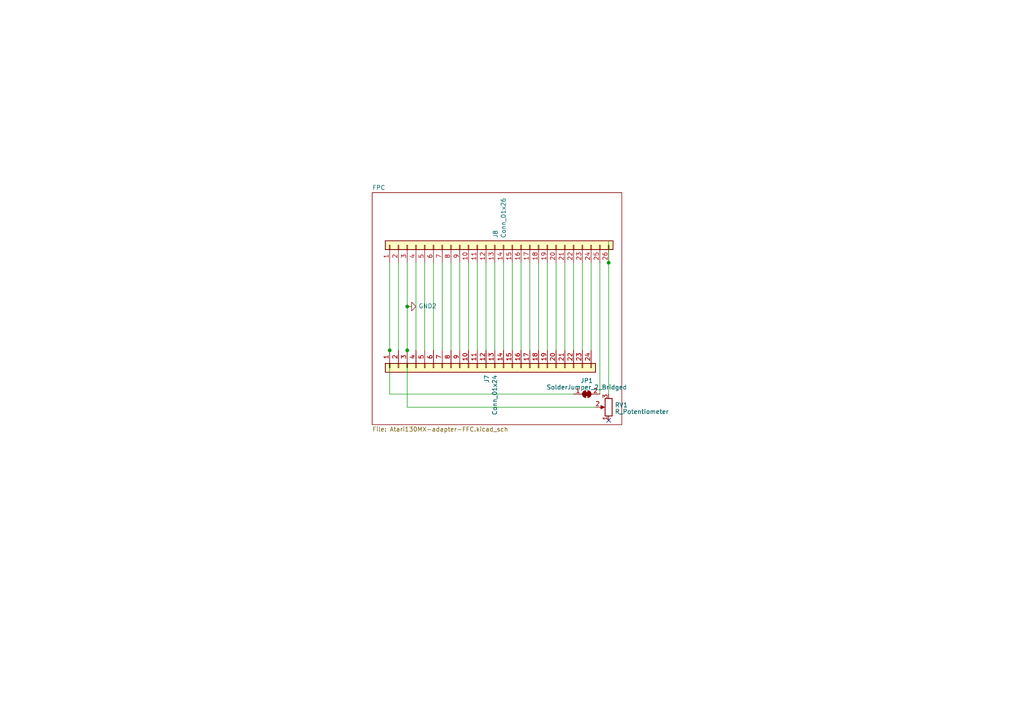
<source format=kicad_sch>
(kicad_sch (version 20230121) (generator eeschema)
  (paper "A4")
  (title_block (title "Atari XE keyboard adapter") (date "2023-03-31") (rev "F") (company "Decent Consulting"))
  (lib_symbols
    (symbol "Connector_Generic:Conn_01x24" (pin_names (offset 1.016) hide)
      (property "Reference" "J" (at 0 30.48 0))
      (property "Value" "Conn_01x24" (at 0 -33.02 0))
      (symbol "Conn_01x24_1_1"
        (rectangle (start -1.27 -30.353) (end 0 -30.607) (stroke (width 0.1524)))
        (rectangle (start -1.27 -27.813) (end 0 -28.067) (stroke (width 0.1524)))
        (rectangle (start -1.27 -25.273) (end 0 -25.527) (stroke (width 0.1524)))
        (rectangle (start -1.27 -22.733) (end 0 -22.987) (stroke (width 0.1524)))
        (rectangle (start -1.27 -20.193) (end 0 -20.447) (stroke (width 0.1524)))
        (rectangle (start -1.27 -17.653) (end 0 -17.907) (stroke (width 0.1524)))
        (rectangle (start -1.27 -15.113) (end 0 -15.367) (stroke (width 0.1524)))
        (rectangle (start -1.27 -12.573) (end 0 -12.827) (stroke (width 0.1524)))
        (rectangle (start -1.27 -10.033) (end 0 -10.287) (stroke (width 0.1524)))
        (rectangle (start -1.27 -7.493) (end 0 -7.747) (stroke (width 0.1524)))
        (rectangle (start -1.27 -4.953) (end 0 -5.207) (stroke (width 0.1524)))
        (rectangle (start -1.27 -2.413) (end 0 -2.667) (stroke (width 0.1524)))
        (rectangle (start -1.27 0.127) (end 0 -0.127) (stroke (width 0.1524)))
        (rectangle (start -1.27 2.667) (end 0 2.413) (stroke (width 0.1524)))
        (rectangle (start -1.27 5.207) (end 0 4.953) (stroke (width 0.1524)))
        (rectangle (start -1.27 7.747) (end 0 7.493) (stroke (width 0.1524)))
        (rectangle (start -1.27 10.287) (end 0 10.033) (stroke (width 0.1524)))
        (rectangle (start -1.27 12.827) (end 0 12.573) (stroke (width 0.1524)))
        (rectangle (start -1.27 15.367) (end 0 15.113) (stroke (width 0.1524)))
        (rectangle (start -1.27 17.907) (end 0 17.653) (stroke (width 0.1524)))
        (rectangle (start -1.27 20.447) (end 0 20.193) (stroke (width 0.1524)))
        (rectangle (start -1.27 22.987) (end 0 22.733) (stroke (width 0.1524)))
        (rectangle (start -1.27 25.527) (end 0 25.273) (stroke (width 0.1524)))
        (rectangle (start -1.27 28.067) (end 0 27.813) (stroke (width 0.1524)))
        (rectangle (start -1.27 29.21) (end 1.27 -31.75) (stroke (width 0.254)) (fill (type background)))
        (pin passive line (at -5.08 27.94 0) (length 3.81) (name "Pin_1") (number "1"))
        (pin passive line (at -5.08 5.08 0) (length 3.81) (name "Pin_10") (number "10"))
        (pin passive line (at -5.08 2.54 0) (length 3.81) (name "Pin_11") (number "11"))
        (pin passive line (at -5.08 0 0) (length 3.81) (name "Pin_12") (number "12"))
        (pin passive line (at -5.08 -2.54 0) (length 3.81) (name "Pin_13") (number "13"))
        (pin passive line (at -5.08 -5.08 0) (length 3.81) (name "Pin_14") (number "14"))
        (pin passive line (at -5.08 -7.62 0) (length 3.81) (name "Pin_15") (number "15"))
        (pin passive line (at -5.08 -10.16 0) (length 3.81) (name "Pin_16") (number "16"))
        (pin passive line (at -5.08 -12.7 0) (length 3.81) (name "Pin_17") (number "17"))
        (pin passive line (at -5.08 -15.24 0) (length 3.81) (name "Pin_18") (number "18"))
        (pin passive line (at -5.08 -17.78 0) (length 3.81) (name "Pin_19") (number "19"))
        (pin passive line (at -5.08 25.4 0) (length 3.81) (name "Pin_2") (number "2"))
        (pin passive line (at -5.08 -20.32 0) (length 3.81) (name "Pin_20") (number "20"))
        (pin passive line (at -5.08 -22.86 0) (length 3.81) (name "Pin_21") (number "21"))
        (pin passive line (at -5.08 -25.4 0) (length 3.81) (name "Pin_22") (number "22"))
        (pin passive line (at -5.08 -27.94 0) (length 3.81) (name "Pin_23") (number "23"))
        (pin passive line (at -5.08 -30.48 0) (length 3.81) (name "Pin_24") (number "24"))
        (pin passive line (at -5.08 22.86 0) (length 3.81) (name "Pin_3") (number "3"))
        (pin passive line (at -5.08 20.32 0) (length 3.81) (name "Pin_4") (number "4"))
        (pin passive line (at -5.08 17.78 0) (length 3.81) (name "Pin_5") (number "5"))
        (pin passive line (at -5.08 15.24 0) (length 3.81) (name "Pin_6") (number "6"))
        (pin passive line (at -5.08 12.7 0) (length 3.81) (name "Pin_7") (number "7"))
        (pin passive line (at -5.08 10.16 0) (length 3.81) (name "Pin_8") (number "8"))
        (pin passive line (at -5.08 7.62 0) (length 3.81) (name "Pin_9") (number "9"))
      )
    )
    (symbol "Connector_Generic:Conn_01x26" (pin_names (offset 1.016) hide)
      (property "Reference" "J" (at 0 33.02 0))
      (property "Value" "Conn_01x26" (at 0 -35.56 0))
      (symbol "Conn_01x26_1_1"
        (rectangle (start -1.27 -32.893) (end 0 -33.147) (stroke (width 0.1524)))
        (rectangle (start -1.27 -30.353) (end 0 -30.607) (stroke (width 0.1524)))
        (rectangle (start -1.27 -27.813) (end 0 -28.067) (stroke (width 0.1524)))
        (rectangle (start -1.27 -25.273) (end 0 -25.527) (stroke (width 0.1524)))
        (rectangle (start -1.27 -22.733) (end 0 -22.987) (stroke (width 0.1524)))
        (rectangle (start -1.27 -20.193) (end 0 -20.447) (stroke (width 0.1524)))
        (rectangle (start -1.27 -17.653) (end 0 -17.907) (stroke (width 0.1524)))
        (rectangle (start -1.27 -15.113) (end 0 -15.367) (stroke (width 0.1524)))
        (rectangle (start -1.27 -12.573) (end 0 -12.827) (stroke (width 0.1524)))
        (rectangle (start -1.27 -10.033) (end 0 -10.287) (stroke (width 0.1524)))
        (rectangle (start -1.27 -7.493) (end 0 -7.747) (stroke (width 0.1524)))
        (rectangle (start -1.27 -4.953) (end 0 -5.207) (stroke (width 0.1524)))
        (rectangle (start -1.27 -2.413) (end 0 -2.667) (stroke (width 0.1524)))
        (rectangle (start -1.27 0.127) (end 0 -0.127) (stroke (width 0.1524)))
        (rectangle (start -1.27 2.667) (end 0 2.413) (stroke (width 0.1524)))
        (rectangle (start -1.27 5.207) (end 0 4.953) (stroke (width 0.1524)))
        (rectangle (start -1.27 7.747) (end 0 7.493) (stroke (width 0.1524)))
        (rectangle (start -1.27 10.287) (end 0 10.033) (stroke (width 0.1524)))
        (rectangle (start -1.27 12.827) (end 0 12.573) (stroke (width 0.1524)))
        (rectangle (start -1.27 15.367) (end 0 15.113) (stroke (width 0.1524)))
        (rectangle (start -1.27 17.907) (end 0 17.653) (stroke (width 0.1524)))
        (rectangle (start -1.27 20.447) (end 0 20.193) (stroke (width 0.1524)))
        (rectangle (start -1.27 22.987) (end 0 22.733) (stroke (width 0.1524)))
        (rectangle (start -1.27 25.527) (end 0 25.273) (stroke (width 0.1524)))
        (rectangle (start -1.27 28.067) (end 0 27.813) (stroke (width 0.1524)))
        (rectangle (start -1.27 30.607) (end 0 30.353) (stroke (width 0.1524)))
        (rectangle (start -1.27 31.75) (end 1.27 -34.29) (stroke (width 0.254)) (fill (type background)))
        (pin passive line (at -5.08 30.48 0) (length 3.81) (name "Pin_1") (number "1"))
        (pin passive line (at -5.08 7.62 0) (length 3.81) (name "Pin_10") (number "10"))
        (pin passive line (at -5.08 5.08 0) (length 3.81) (name "Pin_11") (number "11"))
        (pin passive line (at -5.08 2.54 0) (length 3.81) (name "Pin_12") (number "12"))
        (pin passive line (at -5.08 0 0) (length 3.81) (name "Pin_13") (number "13"))
        (pin passive line (at -5.08 -2.54 0) (length 3.81) (name "Pin_14") (number "14"))
        (pin passive line (at -5.08 -5.08 0) (length 3.81) (name "Pin_15") (number "15"))
        (pin passive line (at -5.08 -7.62 0) (length 3.81) (name "Pin_16") (number "16"))
        (pin passive line (at -5.08 -10.16 0) (length 3.81) (name "Pin_17") (number "17"))
        (pin passive line (at -5.08 -12.7 0) (length 3.81) (name "Pin_18") (number "18"))
        (pin passive line (at -5.08 -15.24 0) (length 3.81) (name "Pin_19") (number "19"))
        (pin passive line (at -5.08 27.94 0) (length 3.81) (name "Pin_2") (number "2"))
        (pin passive line (at -5.08 -17.78 0) (length 3.81) (name "Pin_20") (number "20"))
        (pin passive line (at -5.08 -20.32 0) (length 3.81) (name "Pin_21") (number "21"))
        (pin passive line (at -5.08 -22.86 0) (length 3.81) (name "Pin_22") (number "22"))
        (pin passive line (at -5.08 -25.4 0) (length 3.81) (name "Pin_23") (number "23"))
        (pin passive line (at -5.08 -27.94 0) (length 3.81) (name "Pin_24") (number "24"))
        (pin passive line (at -5.08 -30.48 0) (length 3.81) (name "Pin_25") (number "25"))
        (pin passive line (at -5.08 -33.02 0) (length 3.81) (name "Pin_26") (number "26"))
        (pin passive line (at -5.08 25.4 0) (length 3.81) (name "Pin_3") (number "3"))
        (pin passive line (at -5.08 22.86 0) (length 3.81) (name "Pin_4") (number "4"))
        (pin passive line (at -5.08 20.32 0) (length 3.81) (name "Pin_5") (number "5"))
        (pin passive line (at -5.08 17.78 0) (length 3.81) (name "Pin_6") (number "6"))
        (pin passive line (at -5.08 15.24 0) (length 3.81) (name "Pin_7") (number "7"))
        (pin passive line (at -5.08 12.7 0) (length 3.81) (name "Pin_8") (number "8"))
        (pin passive line (at -5.08 10.16 0) (length 3.81) (name "Pin_9") (number "9"))
      )
    )
    (symbol "Device:R_Potentiometer" (pin_names (offset 1.016) hide)
      (property "Reference" "RV" (at -4.445 0 90))
      (property "Value" "R_Potentiometer" (at -2.54 0 90))
      (symbol "R_Potentiometer_0_1"
        (polyline (pts (xy 2.54 0) (xy 1.524 0)))
        (polyline (pts (xy 1.143 0) (xy 2.286 0.508) (xy 2.286 -0.508) (xy 1.143 0)) (fill (type outline)))
        (rectangle (start 1.016 2.54) (end -1.016 -2.54) (stroke (width 0.254)))
      )
      (symbol "R_Potentiometer_1_1"
        (pin passive line (at 0 3.81 270) (length 1.27) (name "1") (number "1"))
        (pin passive line (at 3.81 0 180) (length 1.27) (name "2") (number "2"))
        (pin passive line (at 0 -3.81 90) (length 1.27) (name "3") (number "3"))
      )
    )
    (symbol "Jumper:SolderJumper_2_Bridged" (pin_names (offset 0) hide)
      (property "Reference" "JP" (at 0 2.032 0))
      (property "Value" "SolderJumper_2_Bridged" (at 0 -2.54 0))
      (symbol "SolderJumper_2_Bridged_0_1"
        (rectangle (start -0.508 0.508) (end 0.508 -0.508) (fill (type outline)))
        (arc (start -0.254 1.016) (mid -1.2656 0) (end -0.254 -1.016))
        (arc (start -0.254 1.016) (mid -1.2656 0) (end -0.254 -1.016) (fill (type outline)))
        (polyline (pts (xy -0.254 1.016) (xy -0.254 -1.016)))
        (polyline (pts (xy 0.254 1.016) (xy 0.254 -1.016)))
        (arc (start 0.254 -1.016) (mid 1.2656 0) (end 0.254 1.016))
        (arc (start 0.254 -1.016) (mid 1.2656 0) (end 0.254 1.016) (fill (type outline)))
      )
      (symbol "SolderJumper_2_Bridged_1_1"
        (pin passive line (at -3.81 0 0) (length 2.54) (name "A") (number "1"))
        (pin passive line (at 3.81 0 180) (length 2.54) (name "B") (number "2"))
      )
    )
    (symbol "power:GND2" (power) (pin_names (offset 0))
      (property "Value" "GND2" (at 0 -3.81 0))
      (symbol "GND2_0_1"
        (polyline (pts (xy 0 0) (xy 0 -1.27) (xy 1.27 -1.27) (xy 0 -2.54) (xy -1.27 -1.27) (xy 0 -1.27)))
      )
      (symbol "GND2_1_1"
        (pin power_in line (at 0 0 270) (length 0) hide (name "GND2") (number "1"))
      )
    )
  )
  (junction (at 176.53 76.2))
  (junction (at 113.03 101.6))
  (junction (at 118.11 88.9))
  (junction (at 118.11 101.6))
  (no_connect (at 176.53 121.92))
  (wire (pts (xy 151.13 101.6) (xy 151.13 76.2)))
  (wire (pts (xy 176.53 76.2) (xy 176.53 114.3)))
  (wire (pts (xy 118.11 101.6) (xy 118.11 88.9)))
  (wire (pts (xy 118.11 76.2) (xy 118.11 88.9)))
  (wire (pts (xy 146.05 101.6) (xy 146.05 76.2)))
  (wire (pts (xy 158.75 101.6) (xy 158.75 76.2)))
  (wire (pts (xy 113.03 114.3) (xy 166.37 114.3)))
  (wire (pts (xy 123.19 101.6) (xy 123.19 76.2)))
  (wire (pts (xy 113.03 101.6) (xy 113.03 114.3)))
  (wire (pts (xy 173.99 76.2) (xy 173.99 114.3)))
  (wire (pts (xy 176.53 69.85) (xy 176.53 76.2)))
  (wire (pts (xy 125.73 101.6) (xy 125.73 76.2)))
  (wire (pts (xy 140.97 101.6) (xy 140.97 76.2)))
  (wire (pts (xy 161.29 101.6) (xy 161.29 76.2)))
  (wire (pts (xy 113.03 76.2) (xy 113.03 101.6)))
  (wire (pts (xy 120.65 76.2) (xy 120.65 101.6)))
  (wire (pts (xy 130.81 101.6) (xy 130.81 76.2)))
  (wire (pts (xy 128.27 101.6) (xy 128.27 76.2)))
  (wire (pts (xy 135.89 101.6) (xy 135.89 76.2)))
  (wire (pts (xy 153.67 101.6) (xy 153.67 76.2)))
  (wire (pts (xy 115.57 76.2) (xy 115.57 101.6)))
  (wire (pts (xy 156.21 101.6) (xy 156.21 76.2)))
  (wire (pts (xy 166.37 101.6) (xy 166.37 76.2)))
  (wire (pts (xy 133.35 101.6) (xy 133.35 76.2)))
  (wire (pts (xy 148.59 101.6) (xy 148.59 76.2)))
  (wire (pts (xy 138.43 101.6) (xy 138.43 76.2)))
  (wire (pts (xy 168.91 101.6) (xy 168.91 76.2)))
  (wire (pts (xy 118.11 118.11) (xy 118.11 101.6)))
  (wire (pts (xy 143.51 101.6) (xy 143.51 76.2)))
  (wire (pts (xy 118.11 118.11) (xy 172.72 118.11)))
  (wire (pts (xy 163.83 101.6) (xy 163.83 76.2)))
  (wire (pts (xy 171.45 101.6) (xy 171.45 76.2)))
  (symbol (lib_id "Device:R_Potentiometer") (at 176.53 118.11 180) (unit 1)
    (property "Reference" "RV1" (at 178.308 117.4663 0) (effects (justify right)))
    (property "Value" "R_Potentiometer" (at 178.308 119.3873 0) (effects (justify right)))
    (property "Footprint" "Atari130MX:Potentiometer_CUI-PTN06-D02CB20" (effects hide))
  )
  (symbol (lib_id "Connector_Generic:Conn_01x26") (at 143.51 71.12 90) (unit 1)
    (property "Reference" "J8" (at 143.7132 69.088 0) (effects (justify left)))
    (property "Value" "Conn_01x26" (at 146.0246 69.088 0) (effects (justify left)))
    (property "Footprint" "Connector_FFC-FPC:Molex_200528-0260_1x26-1MP_P1.00mm_Horizontal" (effects hide))
  )
  (symbol (lib_id "Jumper:SolderJumper_2_Bridged") (at 170.18 114.3 0) (unit 1)
    (property "Reference" "JP1" (at 170.18 110.4011 0))
    (property "Value" "SolderJumper_2_Bridged" (at 170.18 112.3221 0))
    (property "Footprint" "Jumper:SolderJumper-2_P1.3mm_Bridged_RoundedPad1.0x1.5mm" (effects hide))
  )
  (symbol (lib_id "power:GND2") (at 118.11 88.9 90) (unit 1)
    (property "Reference" "#PWR0105" (effects hide))
    (property "Value" "GND2" (at 121.3612 88.773 90) (effects (justify right)))
  )
  (symbol (lib_id "Connector_Generic:Conn_01x24") (at 140.97 106.68 90) (mirror x) (unit 1)
    (property "Reference" "J7" (at 141.1732 108.712 0) (effects (justify left)))
    (property "Value" "Conn_01x24" (at 143.4846 108.712 0) (effects (justify left)))
    (property "Footprint" "Atari130MX:1x24_P1.27mm_Edge_Back" (effects hide))
  )
  (sheet (at 107.95 55.88) (size 72.39 67.31)
    (property "Sheetname" "FPC" (at 107.95 55.1684 0) (effects (justify left bottom)))
    (property "Sheetfile" "Atari130MX-adapter-FFC.kicad_sch" (at 107.95 123.7746 0) (effects (justify left top)))
  )
)
</source>
